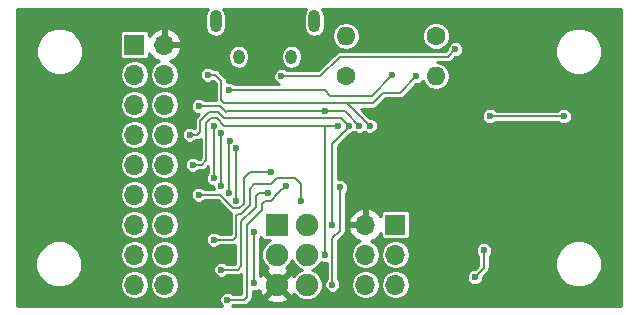
<source format=gbl>
G04 #@! TF.FileFunction,Copper,L2,Bot,Signal*
%FSLAX46Y46*%
G04 Gerber Fmt 4.6, Leading zero omitted, Abs format (unit mm)*
G04 Created by KiCad (PCBNEW 4.0.6) date 10/01/17 10:19:26*
%MOMM*%
%LPD*%
G01*
G04 APERTURE LIST*
%ADD10C,0.100000*%
%ADD11R,1.700000X1.700000*%
%ADD12O,1.700000X1.700000*%
%ADD13R,1.900000X1.900000*%
%ADD14C,1.900000*%
%ADD15C,1.600000*%
%ADD16O,1.600000X1.600000*%
%ADD17O,1.000000X1.250000*%
%ADD18O,1.000000X1.900000*%
%ADD19C,0.600000*%
%ADD20C,0.200000*%
%ADD21C,0.254000*%
G04 APERTURE END LIST*
D10*
D11*
X120396000Y-99441000D03*
D12*
X122936000Y-99441000D03*
X120396000Y-101981000D03*
X122936000Y-101981000D03*
X120396000Y-104521000D03*
X122936000Y-104521000D03*
X120396000Y-107061000D03*
X122936000Y-107061000D03*
X120396000Y-109601000D03*
X122936000Y-109601000D03*
X120396000Y-112141000D03*
X122936000Y-112141000D03*
X120396000Y-114681000D03*
X122936000Y-114681000D03*
X120396000Y-117221000D03*
X122936000Y-117221000D03*
X120396000Y-119761000D03*
X122936000Y-119761000D03*
D11*
X142494000Y-114681000D03*
D12*
X139954000Y-114681000D03*
X142494000Y-117221000D03*
X139954000Y-117221000D03*
X142494000Y-119761000D03*
X139954000Y-119761000D03*
D13*
X132461000Y-114681000D03*
D14*
X135001000Y-114681000D03*
X132461000Y-117221000D03*
X135001000Y-117221000D03*
X132461000Y-119761000D03*
X135001000Y-119761000D03*
D15*
X138303000Y-102108000D03*
D16*
X145923000Y-102108000D03*
D15*
X145923000Y-98679000D03*
D16*
X138303000Y-98679000D03*
D17*
X129220000Y-100459800D03*
X133670000Y-100459800D03*
D18*
X127270000Y-97459800D03*
X135620000Y-97459800D03*
D19*
X154500000Y-113000000D03*
X151130000Y-99187000D03*
X130175000Y-102235000D03*
X144780000Y-104648000D03*
X149098000Y-104902000D03*
X137795000Y-109982000D03*
X151765000Y-118110000D03*
X149352000Y-114681000D03*
X132842000Y-102108000D03*
X147574000Y-99822000D03*
X130556000Y-119634000D03*
X130556000Y-115316000D03*
X149987000Y-116840000D03*
X149225000Y-119126000D03*
X127127000Y-110744000D03*
X127127000Y-106299000D03*
X127762000Y-111379000D03*
X127762000Y-106934000D03*
X128397000Y-112014000D03*
X128524000Y-107569000D03*
X129032000Y-108204000D03*
X129032000Y-112649000D03*
X142250000Y-102000000D03*
X150500000Y-105500000D03*
X156750000Y-105500000D03*
X128397000Y-103251000D03*
X134493000Y-112649000D03*
X127127000Y-115951000D03*
X137795000Y-111506000D03*
X137160000Y-119761000D03*
X131699000Y-112014000D03*
X127762000Y-118491000D03*
X133223000Y-111379000D03*
X128270000Y-121031000D03*
X125857000Y-112141000D03*
X131953000Y-110236000D03*
X144272000Y-102108000D03*
X140335000Y-106299000D03*
X126619000Y-101981000D03*
X136525000Y-105029000D03*
X125857000Y-104648000D03*
X139446000Y-106299000D03*
X137160000Y-114681000D03*
X125095000Y-107061000D03*
X138557000Y-106299000D03*
X136525000Y-117221000D03*
X125349000Y-109601000D03*
X137668000Y-106299000D03*
D20*
X137795000Y-109982000D02*
X138684000Y-109982000D01*
X139446000Y-100457000D02*
X146939000Y-100457000D01*
X132842000Y-102108000D02*
X136144000Y-102108000D01*
X136144000Y-102108000D02*
X137795000Y-100457000D01*
X139446000Y-100457000D02*
X137795000Y-100457000D01*
X146939000Y-100457000D02*
X147574000Y-99822000D01*
X130556000Y-115316000D02*
X130556000Y-119634000D01*
X149987000Y-118364000D02*
X149987000Y-116840000D01*
X149225000Y-119126000D02*
X149987000Y-118364000D01*
X127127000Y-110109000D02*
X127127000Y-110744000D01*
X127127000Y-106299000D02*
X127127000Y-110109000D01*
X127762000Y-106934000D02*
X127762000Y-110871000D01*
X127762000Y-110871000D02*
X127762000Y-111379000D01*
X128524000Y-107569000D02*
X128397000Y-107696000D01*
X128397000Y-107696000D02*
X128397000Y-111506000D01*
X128397000Y-111506000D02*
X128397000Y-112014000D01*
X129032000Y-112141000D02*
X129032000Y-112649000D01*
X129032000Y-108204000D02*
X129032000Y-112141000D01*
X130682000Y-103250000D02*
X130750000Y-103250000D01*
X130750000Y-103250000D02*
X136500000Y-103250000D01*
X136500000Y-103250000D02*
X137000000Y-103750000D01*
X137000000Y-103750000D02*
X140500000Y-103750000D01*
X140500000Y-103750000D02*
X142250000Y-102000000D01*
X150500000Y-105500000D02*
X156750000Y-105500000D01*
X128397000Y-103251000D02*
X128398000Y-103250000D01*
X128398000Y-103250000D02*
X130682000Y-103250000D01*
X134493000Y-111252000D02*
X133985000Y-110744000D01*
X133985000Y-110744000D02*
X132461000Y-110744000D01*
X132461000Y-110744000D02*
X131953000Y-111252000D01*
X131953000Y-111252000D02*
X130556000Y-111252000D01*
X130556000Y-111252000D02*
X130175000Y-111633000D01*
X130175000Y-111633000D02*
X130175000Y-112395000D01*
X130175000Y-112395000D02*
X130175000Y-113030000D01*
X134493000Y-112649000D02*
X134493000Y-111252000D01*
X130048000Y-113157000D02*
X129413000Y-113792000D01*
X129159000Y-113792000D02*
X129032000Y-113919000D01*
X129032000Y-113919000D02*
X129032000Y-115697000D01*
X129032000Y-115697000D02*
X128778000Y-115951000D01*
X128778000Y-115951000D02*
X127127000Y-115951000D01*
X129413000Y-113792000D02*
X129159000Y-113792000D01*
X130048000Y-113157000D02*
X129921000Y-113284000D01*
X129921000Y-113284000D02*
X130175000Y-113030000D01*
X130175000Y-113030000D02*
X130048000Y-113157000D01*
X130048000Y-113157000D02*
X130175000Y-113030000D01*
X137160000Y-116459000D02*
X137160000Y-119761000D01*
X137795000Y-111506000D02*
X137795000Y-115189000D01*
X137795000Y-115189000D02*
X137160000Y-115824000D01*
X137160000Y-115824000D02*
X137160000Y-116459000D01*
X131699000Y-112014000D02*
X130937000Y-112014000D01*
X130937000Y-112014000D02*
X130683000Y-112268000D01*
X130683000Y-112268000D02*
X130683000Y-112395000D01*
X130683000Y-113157000D02*
X130683000Y-112522000D01*
X130683000Y-112522000D02*
X130683000Y-112395000D01*
X129432002Y-115824000D02*
X129432002Y-114407998D01*
X130429000Y-113411000D02*
X129432002Y-114407998D01*
X130429000Y-113411000D02*
X130683000Y-113157000D01*
X129432002Y-118217998D02*
X129159000Y-118491000D01*
X129159000Y-118491000D02*
X127762000Y-118491000D01*
X129432002Y-115824000D02*
X129432002Y-118217998D01*
X129432002Y-115824000D02*
X129432002Y-115862686D01*
X132588000Y-112014000D02*
X133223000Y-111379000D01*
X131191000Y-113411000D02*
X131191000Y-112903000D01*
X131953000Y-112649000D02*
X132588000Y-112014000D01*
X131445000Y-112649000D02*
X131953000Y-112649000D01*
X131191000Y-112903000D02*
X131445000Y-112649000D01*
X131191000Y-113411000D02*
X130683000Y-113919000D01*
X129921000Y-120777000D02*
X129667000Y-121031000D01*
X129921000Y-116713000D02*
X129921000Y-116205000D01*
X130683000Y-113919000D02*
X129921000Y-114681000D01*
X129921000Y-114681000D02*
X129921000Y-116205000D01*
X129921000Y-116713000D02*
X129921000Y-120777000D01*
X129667000Y-121031000D02*
X128270000Y-121031000D01*
X131191000Y-113411000D02*
X131064000Y-113538000D01*
X131064000Y-113538000D02*
X131191000Y-113411000D01*
X129667000Y-112395000D02*
X129667000Y-110744000D01*
X127635000Y-112141000D02*
X125857000Y-112141000D01*
X128778000Y-113284000D02*
X127635000Y-112141000D01*
X129286000Y-113284000D02*
X128778000Y-113284000D01*
X129667000Y-112903000D02*
X129286000Y-113284000D01*
X129667000Y-112395000D02*
X129667000Y-112903000D01*
X130175000Y-110236000D02*
X131953000Y-110236000D01*
X129667000Y-110744000D02*
X130175000Y-110236000D01*
X138303000Y-104394000D02*
X140589000Y-104394000D01*
X144272000Y-102108000D02*
X142875000Y-103505000D01*
X141478000Y-103505000D02*
X142875000Y-103505000D01*
X140589000Y-104394000D02*
X141478000Y-103505000D01*
X138684000Y-104648000D02*
X138557000Y-104521000D01*
X140335000Y-106299000D02*
X138811000Y-104775000D01*
X127254000Y-101981000D02*
X126619000Y-101981000D01*
X127762000Y-102489000D02*
X127254000Y-101981000D01*
X127762000Y-104140000D02*
X127762000Y-102489000D01*
X138811000Y-104775000D02*
X138684000Y-104648000D01*
X128016000Y-104394000D02*
X127762000Y-104140000D01*
X138430000Y-104394000D02*
X138303000Y-104394000D01*
X138303000Y-104394000D02*
X128016000Y-104394000D01*
X138557000Y-104521000D02*
X138430000Y-104394000D01*
X136525000Y-105029000D02*
X128270000Y-105029000D01*
X127635000Y-104648000D02*
X125857000Y-104648000D01*
X128143000Y-105156000D02*
X127635000Y-104648000D01*
X128270000Y-105029000D02*
X128143000Y-105156000D01*
X138303000Y-105156000D02*
X138176000Y-105029000D01*
X139446000Y-106299000D02*
X138303000Y-105156000D01*
X138176000Y-105029000D02*
X136525000Y-105029000D01*
X137160000Y-107823000D02*
X137160000Y-114681000D01*
X138557000Y-106426000D02*
X137160000Y-107823000D01*
X138557000Y-106299000D02*
X138557000Y-106426000D01*
X125984000Y-105918000D02*
X125984000Y-106807000D01*
X125984000Y-106807000D02*
X125730000Y-107061000D01*
X125730000Y-107061000D02*
X125095000Y-107061000D01*
X138176000Y-105918000D02*
X138049000Y-105791000D01*
X138049000Y-105791000D02*
X137922000Y-105664000D01*
X137922000Y-105664000D02*
X128016000Y-105664000D01*
X128016000Y-105664000D02*
X127508000Y-105156000D01*
X127508000Y-105156000D02*
X126746000Y-105156000D01*
X138176000Y-105918000D02*
X138557000Y-106299000D01*
X126746000Y-105156000D02*
X125984000Y-105918000D01*
X138557000Y-106299000D02*
X138557000Y-106172000D01*
X136525000Y-106299000D02*
X136525000Y-116205000D01*
X136525000Y-117221000D02*
X136525000Y-116205000D01*
X128016000Y-106299000D02*
X127381000Y-105664000D01*
X127381000Y-105664000D02*
X126873000Y-105664000D01*
X126873000Y-105664000D02*
X126492000Y-106045000D01*
X126492000Y-106045000D02*
X126492000Y-109220000D01*
X126492000Y-109220000D02*
X126111000Y-109601000D01*
X126111000Y-109601000D02*
X125349000Y-109601000D01*
X134620000Y-106299000D02*
X136525000Y-106299000D01*
X136525000Y-106299000D02*
X136652000Y-106299000D01*
X136652000Y-106299000D02*
X137668000Y-106299000D01*
X134620000Y-106299000D02*
X128016000Y-106299000D01*
D21*
G36*
X126456062Y-96646580D02*
X126389000Y-96983724D01*
X126389000Y-97935876D01*
X126456062Y-98273020D01*
X126647039Y-98558837D01*
X126932856Y-98749814D01*
X127270000Y-98816876D01*
X127607144Y-98749814D01*
X127892961Y-98558837D01*
X128083938Y-98273020D01*
X128151000Y-97935876D01*
X128151000Y-96983724D01*
X128083938Y-96646580D01*
X127939892Y-96431000D01*
X134950108Y-96431000D01*
X134806062Y-96646580D01*
X134739000Y-96983724D01*
X134739000Y-97935876D01*
X134806062Y-98273020D01*
X134997039Y-98558837D01*
X135282856Y-98749814D01*
X135620000Y-98816876D01*
X135957144Y-98749814D01*
X136063124Y-98679000D01*
X137098863Y-98679000D01*
X137188761Y-99130949D01*
X137444770Y-99514093D01*
X137827914Y-99770102D01*
X138279863Y-99860000D01*
X138326137Y-99860000D01*
X138778086Y-99770102D01*
X139161230Y-99514093D01*
X139417239Y-99130949D01*
X139460614Y-98912885D01*
X144741796Y-98912885D01*
X144921213Y-99347109D01*
X145253144Y-99679619D01*
X145687054Y-99859794D01*
X146156885Y-99860204D01*
X146591109Y-99680787D01*
X146923619Y-99348856D01*
X147103794Y-98914946D01*
X147104204Y-98445115D01*
X146924787Y-98010891D01*
X146592856Y-97678381D01*
X146158946Y-97498206D01*
X145689115Y-97497796D01*
X145254891Y-97677213D01*
X144922381Y-98009144D01*
X144742206Y-98443054D01*
X144741796Y-98912885D01*
X139460614Y-98912885D01*
X139507137Y-98679000D01*
X139417239Y-98227051D01*
X139161230Y-97843907D01*
X138778086Y-97587898D01*
X138326137Y-97498000D01*
X138279863Y-97498000D01*
X137827914Y-97587898D01*
X137444770Y-97843907D01*
X137188761Y-98227051D01*
X137098863Y-98679000D01*
X136063124Y-98679000D01*
X136242961Y-98558837D01*
X136433938Y-98273020D01*
X136501000Y-97935876D01*
X136501000Y-96983724D01*
X136433938Y-96646580D01*
X136289892Y-96431000D01*
X161569000Y-96431000D01*
X161569000Y-121569000D01*
X128694982Y-121569000D01*
X128752081Y-121512000D01*
X129667000Y-121512000D01*
X129851071Y-121475386D01*
X130007118Y-121371118D01*
X130261118Y-121117119D01*
X130365386Y-120961071D01*
X130382039Y-120877350D01*
X131524255Y-120877350D01*
X131616792Y-121139019D01*
X132208398Y-121357188D01*
X132838461Y-121332352D01*
X133305208Y-121139019D01*
X133397745Y-120877350D01*
X132461000Y-119940605D01*
X131524255Y-120877350D01*
X130382039Y-120877350D01*
X130402000Y-120777000D01*
X130402000Y-120307430D01*
X130419946Y-120314882D01*
X130690865Y-120315118D01*
X130923079Y-120219170D01*
X131082981Y-120605208D01*
X131344650Y-120697745D01*
X132281395Y-119761000D01*
X131344650Y-118824255D01*
X131082981Y-118916792D01*
X131037000Y-119041478D01*
X131037000Y-115798079D01*
X131132987Y-115702259D01*
X131135022Y-115697358D01*
X131149103Y-115772190D01*
X131232546Y-115901865D01*
X131359866Y-115988859D01*
X131511000Y-116019464D01*
X131883524Y-116019464D01*
X131708034Y-116091975D01*
X131333291Y-116466065D01*
X131130231Y-116955086D01*
X131129769Y-117484591D01*
X131331975Y-117973966D01*
X131704154Y-118346795D01*
X131616792Y-118382981D01*
X131524255Y-118644650D01*
X132461000Y-119581395D01*
X133397745Y-118644650D01*
X133305208Y-118382981D01*
X133214472Y-118349520D01*
X133588709Y-117975935D01*
X133731099Y-117633022D01*
X133871975Y-117973966D01*
X134246065Y-118348709D01*
X134588978Y-118491099D01*
X134248034Y-118631975D01*
X133875205Y-119004154D01*
X133839019Y-118916792D01*
X133577350Y-118824255D01*
X132640605Y-119761000D01*
X133577350Y-120697745D01*
X133839019Y-120605208D01*
X133872480Y-120514472D01*
X134246065Y-120888709D01*
X134735086Y-121091769D01*
X135264591Y-121092231D01*
X135753966Y-120890025D01*
X136128709Y-120515935D01*
X136331769Y-120026914D01*
X136332231Y-119497409D01*
X136130025Y-119008034D01*
X135755935Y-118633291D01*
X135413022Y-118490901D01*
X135753966Y-118350025D01*
X136128709Y-117975935D01*
X136193208Y-117820604D01*
X136388946Y-117901882D01*
X136659865Y-117902118D01*
X136679000Y-117894212D01*
X136679000Y-119278921D01*
X136583013Y-119374741D01*
X136479118Y-119624946D01*
X136478882Y-119895865D01*
X136582339Y-120146252D01*
X136773741Y-120337987D01*
X137023946Y-120441882D01*
X137294865Y-120442118D01*
X137545252Y-120338661D01*
X137736987Y-120147259D01*
X137840882Y-119897054D01*
X137841000Y-119761000D01*
X138698883Y-119761000D01*
X138792587Y-120232083D01*
X139059435Y-120631448D01*
X139458800Y-120898296D01*
X139929883Y-120992000D01*
X139978117Y-120992000D01*
X140449200Y-120898296D01*
X140848565Y-120631448D01*
X141115413Y-120232083D01*
X141209117Y-119761000D01*
X141238883Y-119761000D01*
X141332587Y-120232083D01*
X141599435Y-120631448D01*
X141998800Y-120898296D01*
X142469883Y-120992000D01*
X142518117Y-120992000D01*
X142989200Y-120898296D01*
X143388565Y-120631448D01*
X143655413Y-120232083D01*
X143749117Y-119761000D01*
X143655413Y-119289917D01*
X143636002Y-119260865D01*
X148543882Y-119260865D01*
X148647339Y-119511252D01*
X148838741Y-119702987D01*
X149088946Y-119806882D01*
X149359865Y-119807118D01*
X149610252Y-119703661D01*
X149801987Y-119512259D01*
X149905882Y-119262054D01*
X149906001Y-119125235D01*
X150327119Y-118704118D01*
X150428606Y-118552231D01*
X150431386Y-118548071D01*
X150462367Y-118392316D01*
X156018657Y-118392316D01*
X156319611Y-119120680D01*
X156876389Y-119678431D01*
X157604226Y-119980655D01*
X158392316Y-119981343D01*
X159120680Y-119680389D01*
X159678431Y-119123611D01*
X159980655Y-118395774D01*
X159981343Y-117607684D01*
X159680389Y-116879320D01*
X159123611Y-116321569D01*
X158395774Y-116019345D01*
X157607684Y-116018657D01*
X156879320Y-116319611D01*
X156321569Y-116876389D01*
X156019345Y-117604226D01*
X156018657Y-118392316D01*
X150462367Y-118392316D01*
X150468000Y-118364000D01*
X150468000Y-117322079D01*
X150563987Y-117226259D01*
X150667882Y-116976054D01*
X150668118Y-116705135D01*
X150564661Y-116454748D01*
X150373259Y-116263013D01*
X150123054Y-116159118D01*
X149852135Y-116158882D01*
X149601748Y-116262339D01*
X149410013Y-116453741D01*
X149306118Y-116703946D01*
X149305882Y-116974865D01*
X149409339Y-117225252D01*
X149506000Y-117322081D01*
X149506000Y-118164763D01*
X149225763Y-118445000D01*
X149090135Y-118444882D01*
X148839748Y-118548339D01*
X148648013Y-118739741D01*
X148544118Y-118989946D01*
X148543882Y-119260865D01*
X143636002Y-119260865D01*
X143388565Y-118890552D01*
X142989200Y-118623704D01*
X142518117Y-118530000D01*
X142469883Y-118530000D01*
X141998800Y-118623704D01*
X141599435Y-118890552D01*
X141332587Y-119289917D01*
X141238883Y-119761000D01*
X141209117Y-119761000D01*
X141115413Y-119289917D01*
X140848565Y-118890552D01*
X140449200Y-118623704D01*
X139978117Y-118530000D01*
X139929883Y-118530000D01*
X139458800Y-118623704D01*
X139059435Y-118890552D01*
X138792587Y-119289917D01*
X138698883Y-119761000D01*
X137841000Y-119761000D01*
X137841118Y-119626135D01*
X137737661Y-119375748D01*
X137641000Y-119278919D01*
X137641000Y-116023236D01*
X138135119Y-115529118D01*
X138198697Y-115433966D01*
X138239386Y-115373071D01*
X138276000Y-115189000D01*
X138276000Y-115037890D01*
X138512524Y-115037890D01*
X138682355Y-115447924D01*
X139072642Y-115876183D01*
X139497947Y-116075917D01*
X139458800Y-116083704D01*
X139059435Y-116350552D01*
X138792587Y-116749917D01*
X138698883Y-117221000D01*
X138792587Y-117692083D01*
X139059435Y-118091448D01*
X139458800Y-118358296D01*
X139929883Y-118452000D01*
X139978117Y-118452000D01*
X140449200Y-118358296D01*
X140848565Y-118091448D01*
X141115413Y-117692083D01*
X141209117Y-117221000D01*
X141238883Y-117221000D01*
X141332587Y-117692083D01*
X141599435Y-118091448D01*
X141998800Y-118358296D01*
X142469883Y-118452000D01*
X142518117Y-118452000D01*
X142989200Y-118358296D01*
X143388565Y-118091448D01*
X143655413Y-117692083D01*
X143749117Y-117221000D01*
X143655413Y-116749917D01*
X143388565Y-116350552D01*
X142989200Y-116083704D01*
X142518117Y-115990000D01*
X142469883Y-115990000D01*
X141998800Y-116083704D01*
X141599435Y-116350552D01*
X141332587Y-116749917D01*
X141238883Y-117221000D01*
X141209117Y-117221000D01*
X141115413Y-116749917D01*
X140848565Y-116350552D01*
X140449200Y-116083704D01*
X140410053Y-116075917D01*
X140835358Y-115876183D01*
X141225645Y-115447924D01*
X141255536Y-115375756D01*
X141255536Y-115531000D01*
X141282103Y-115672190D01*
X141365546Y-115801865D01*
X141492866Y-115888859D01*
X141644000Y-115919464D01*
X143344000Y-115919464D01*
X143485190Y-115892897D01*
X143614865Y-115809454D01*
X143701859Y-115682134D01*
X143732464Y-115531000D01*
X143732464Y-113831000D01*
X143705897Y-113689810D01*
X143622454Y-113560135D01*
X143495134Y-113473141D01*
X143344000Y-113442536D01*
X141644000Y-113442536D01*
X141502810Y-113469103D01*
X141373135Y-113552546D01*
X141286141Y-113679866D01*
X141255536Y-113831000D01*
X141255536Y-113986244D01*
X141225645Y-113914076D01*
X140835358Y-113485817D01*
X140310892Y-113239514D01*
X140081000Y-113360181D01*
X140081000Y-114554000D01*
X140101000Y-114554000D01*
X140101000Y-114808000D01*
X140081000Y-114808000D01*
X140081000Y-114828000D01*
X139827000Y-114828000D01*
X139827000Y-114808000D01*
X138633845Y-114808000D01*
X138512524Y-115037890D01*
X138276000Y-115037890D01*
X138276000Y-114324110D01*
X138512524Y-114324110D01*
X138633845Y-114554000D01*
X139827000Y-114554000D01*
X139827000Y-113360181D01*
X139597108Y-113239514D01*
X139072642Y-113485817D01*
X138682355Y-113914076D01*
X138512524Y-114324110D01*
X138276000Y-114324110D01*
X138276000Y-111988079D01*
X138371987Y-111892259D01*
X138475882Y-111642054D01*
X138476118Y-111371135D01*
X138372661Y-111120748D01*
X138181259Y-110929013D01*
X137931054Y-110825118D01*
X137660135Y-110824882D01*
X137641000Y-110832788D01*
X137641000Y-108022236D01*
X138683126Y-106980110D01*
X138691865Y-106980118D01*
X138942252Y-106876661D01*
X139001436Y-106817580D01*
X139059741Y-106875987D01*
X139309946Y-106979882D01*
X139580865Y-106980118D01*
X139831252Y-106876661D01*
X139890436Y-106817580D01*
X139948741Y-106875987D01*
X140198946Y-106979882D01*
X140469865Y-106980118D01*
X140720252Y-106876661D01*
X140911987Y-106685259D01*
X141015882Y-106435054D01*
X141016118Y-106164135D01*
X140912661Y-105913748D01*
X140721259Y-105722013D01*
X140511385Y-105634865D01*
X149818882Y-105634865D01*
X149922339Y-105885252D01*
X150113741Y-106076987D01*
X150363946Y-106180882D01*
X150634865Y-106181118D01*
X150885252Y-106077661D01*
X150982081Y-105981000D01*
X156267921Y-105981000D01*
X156363741Y-106076987D01*
X156613946Y-106180882D01*
X156884865Y-106181118D01*
X157135252Y-106077661D01*
X157326987Y-105886259D01*
X157430882Y-105636054D01*
X157431118Y-105365135D01*
X157327661Y-105114748D01*
X157136259Y-104923013D01*
X156886054Y-104819118D01*
X156615135Y-104818882D01*
X156364748Y-104922339D01*
X156267919Y-105019000D01*
X150982079Y-105019000D01*
X150886259Y-104923013D01*
X150636054Y-104819118D01*
X150365135Y-104818882D01*
X150114748Y-104922339D01*
X149923013Y-105113741D01*
X149819118Y-105363946D01*
X149818882Y-105634865D01*
X140511385Y-105634865D01*
X140471054Y-105618118D01*
X140334236Y-105617999D01*
X139591236Y-104875000D01*
X140589000Y-104875000D01*
X140773071Y-104838386D01*
X140929118Y-104734118D01*
X141677236Y-103986000D01*
X142875000Y-103986000D01*
X143059071Y-103949386D01*
X143215118Y-103845118D01*
X144271237Y-102789000D01*
X144406865Y-102789118D01*
X144657252Y-102685661D01*
X144804523Y-102538645D01*
X144808761Y-102559949D01*
X145064770Y-102943093D01*
X145447914Y-103199102D01*
X145899863Y-103289000D01*
X145946137Y-103289000D01*
X146398086Y-103199102D01*
X146781230Y-102943093D01*
X147037239Y-102559949D01*
X147127137Y-102108000D01*
X147037239Y-101656051D01*
X146781230Y-101272907D01*
X146398086Y-101016898D01*
X146001438Y-100938000D01*
X146939000Y-100938000D01*
X147123071Y-100901386D01*
X147279118Y-100797118D01*
X147573237Y-100503000D01*
X147708865Y-100503118D01*
X147959252Y-100399661D01*
X147966609Y-100392316D01*
X156018657Y-100392316D01*
X156319611Y-101120680D01*
X156876389Y-101678431D01*
X157604226Y-101980655D01*
X158392316Y-101981343D01*
X159120680Y-101680389D01*
X159678431Y-101123611D01*
X159980655Y-100395774D01*
X159981343Y-99607684D01*
X159680389Y-98879320D01*
X159123611Y-98321569D01*
X158395774Y-98019345D01*
X157607684Y-98018657D01*
X156879320Y-98319611D01*
X156321569Y-98876389D01*
X156019345Y-99604226D01*
X156018657Y-100392316D01*
X147966609Y-100392316D01*
X148150987Y-100208259D01*
X148254882Y-99958054D01*
X148255118Y-99687135D01*
X148151661Y-99436748D01*
X147960259Y-99245013D01*
X147710054Y-99141118D01*
X147439135Y-99140882D01*
X147188748Y-99244339D01*
X146997013Y-99435741D01*
X146893118Y-99685946D01*
X146892999Y-99822765D01*
X146739764Y-99976000D01*
X137795000Y-99976000D01*
X137610929Y-100012614D01*
X137548426Y-100054378D01*
X137454882Y-100116881D01*
X135944764Y-101627000D01*
X133324079Y-101627000D01*
X133228259Y-101531013D01*
X132978054Y-101427118D01*
X132707135Y-101426882D01*
X132456748Y-101530339D01*
X132265013Y-101721741D01*
X132161118Y-101971946D01*
X132160882Y-102242865D01*
X132264339Y-102493252D01*
X132455741Y-102684987D01*
X132658065Y-102769000D01*
X128878081Y-102769000D01*
X128783259Y-102674013D01*
X128533054Y-102570118D01*
X128262135Y-102569882D01*
X128243000Y-102577788D01*
X128243000Y-102489000D01*
X128206386Y-102304929D01*
X128102118Y-102148881D01*
X127594118Y-101640882D01*
X127438071Y-101536614D01*
X127254000Y-101500000D01*
X127101079Y-101500000D01*
X127005259Y-101404013D01*
X126755054Y-101300118D01*
X126484135Y-101299882D01*
X126233748Y-101403339D01*
X126042013Y-101594741D01*
X125938118Y-101844946D01*
X125937882Y-102115865D01*
X126041339Y-102366252D01*
X126232741Y-102557987D01*
X126482946Y-102661882D01*
X126753865Y-102662118D01*
X127004252Y-102558661D01*
X127077902Y-102485139D01*
X127281000Y-102688237D01*
X127281000Y-104140000D01*
X127286371Y-104167000D01*
X126339079Y-104167000D01*
X126243259Y-104071013D01*
X125993054Y-103967118D01*
X125722135Y-103966882D01*
X125471748Y-104070339D01*
X125280013Y-104261741D01*
X125176118Y-104511946D01*
X125175882Y-104782865D01*
X125279339Y-105033252D01*
X125470741Y-105224987D01*
X125720946Y-105328882D01*
X125892732Y-105329032D01*
X125643882Y-105577882D01*
X125539614Y-105733929D01*
X125503000Y-105918000D01*
X125503000Y-106505792D01*
X125481259Y-106484013D01*
X125231054Y-106380118D01*
X124960135Y-106379882D01*
X124709748Y-106483339D01*
X124518013Y-106674741D01*
X124414118Y-106924946D01*
X124413882Y-107195865D01*
X124517339Y-107446252D01*
X124708741Y-107637987D01*
X124958946Y-107741882D01*
X125229865Y-107742118D01*
X125480252Y-107638661D01*
X125577081Y-107542000D01*
X125730000Y-107542000D01*
X125914071Y-107505386D01*
X126011000Y-107440620D01*
X126011000Y-109020763D01*
X125911764Y-109120000D01*
X125831079Y-109120000D01*
X125735259Y-109024013D01*
X125485054Y-108920118D01*
X125214135Y-108919882D01*
X124963748Y-109023339D01*
X124772013Y-109214741D01*
X124668118Y-109464946D01*
X124667882Y-109735865D01*
X124771339Y-109986252D01*
X124962741Y-110177987D01*
X125212946Y-110281882D01*
X125483865Y-110282118D01*
X125734252Y-110178661D01*
X125831081Y-110082000D01*
X126111000Y-110082000D01*
X126295071Y-110045386D01*
X126451118Y-109941118D01*
X126646000Y-109746237D01*
X126646000Y-110261921D01*
X126550013Y-110357741D01*
X126446118Y-110607946D01*
X126445882Y-110878865D01*
X126549339Y-111129252D01*
X126740741Y-111320987D01*
X126990946Y-111424882D01*
X127080959Y-111424960D01*
X127080882Y-111513865D01*
X127141263Y-111660000D01*
X126339079Y-111660000D01*
X126243259Y-111564013D01*
X125993054Y-111460118D01*
X125722135Y-111459882D01*
X125471748Y-111563339D01*
X125280013Y-111754741D01*
X125176118Y-112004946D01*
X125175882Y-112275865D01*
X125279339Y-112526252D01*
X125470741Y-112717987D01*
X125720946Y-112821882D01*
X125991865Y-112822118D01*
X126242252Y-112718661D01*
X126339081Y-112622000D01*
X127435764Y-112622000D01*
X128437882Y-113624118D01*
X128592586Y-113727488D01*
X128587614Y-113734929D01*
X128551000Y-113919000D01*
X128551000Y-115470000D01*
X127609079Y-115470000D01*
X127513259Y-115374013D01*
X127263054Y-115270118D01*
X126992135Y-115269882D01*
X126741748Y-115373339D01*
X126550013Y-115564741D01*
X126446118Y-115814946D01*
X126445882Y-116085865D01*
X126549339Y-116336252D01*
X126740741Y-116527987D01*
X126990946Y-116631882D01*
X127261865Y-116632118D01*
X127512252Y-116528661D01*
X127609081Y-116432000D01*
X128778000Y-116432000D01*
X128951002Y-116397588D01*
X128951002Y-118010000D01*
X128244079Y-118010000D01*
X128148259Y-117914013D01*
X127898054Y-117810118D01*
X127627135Y-117809882D01*
X127376748Y-117913339D01*
X127185013Y-118104741D01*
X127081118Y-118354946D01*
X127080882Y-118625865D01*
X127184339Y-118876252D01*
X127375741Y-119067987D01*
X127625946Y-119171882D01*
X127896865Y-119172118D01*
X128147252Y-119068661D01*
X128244081Y-118972000D01*
X129159000Y-118972000D01*
X129343071Y-118935386D01*
X129440000Y-118870620D01*
X129440000Y-120550000D01*
X128752079Y-120550000D01*
X128656259Y-120454013D01*
X128406054Y-120350118D01*
X128135135Y-120349882D01*
X127884748Y-120453339D01*
X127693013Y-120644741D01*
X127589118Y-120894946D01*
X127588882Y-121165865D01*
X127692339Y-121416252D01*
X127844822Y-121569000D01*
X110431000Y-121569000D01*
X110431000Y-118392316D01*
X112018657Y-118392316D01*
X112319611Y-119120680D01*
X112876389Y-119678431D01*
X113604226Y-119980655D01*
X114392316Y-119981343D01*
X114925586Y-119761000D01*
X119140883Y-119761000D01*
X119234587Y-120232083D01*
X119501435Y-120631448D01*
X119900800Y-120898296D01*
X120371883Y-120992000D01*
X120420117Y-120992000D01*
X120891200Y-120898296D01*
X121290565Y-120631448D01*
X121557413Y-120232083D01*
X121651117Y-119761000D01*
X121680883Y-119761000D01*
X121774587Y-120232083D01*
X122041435Y-120631448D01*
X122440800Y-120898296D01*
X122911883Y-120992000D01*
X122960117Y-120992000D01*
X123431200Y-120898296D01*
X123830565Y-120631448D01*
X124097413Y-120232083D01*
X124191117Y-119761000D01*
X124097413Y-119289917D01*
X123830565Y-118890552D01*
X123431200Y-118623704D01*
X122960117Y-118530000D01*
X122911883Y-118530000D01*
X122440800Y-118623704D01*
X122041435Y-118890552D01*
X121774587Y-119289917D01*
X121680883Y-119761000D01*
X121651117Y-119761000D01*
X121557413Y-119289917D01*
X121290565Y-118890552D01*
X120891200Y-118623704D01*
X120420117Y-118530000D01*
X120371883Y-118530000D01*
X119900800Y-118623704D01*
X119501435Y-118890552D01*
X119234587Y-119289917D01*
X119140883Y-119761000D01*
X114925586Y-119761000D01*
X115120680Y-119680389D01*
X115678431Y-119123611D01*
X115980655Y-118395774D01*
X115981343Y-117607684D01*
X115821569Y-117221000D01*
X119140883Y-117221000D01*
X119234587Y-117692083D01*
X119501435Y-118091448D01*
X119900800Y-118358296D01*
X120371883Y-118452000D01*
X120420117Y-118452000D01*
X120891200Y-118358296D01*
X121290565Y-118091448D01*
X121557413Y-117692083D01*
X121651117Y-117221000D01*
X121680883Y-117221000D01*
X121774587Y-117692083D01*
X122041435Y-118091448D01*
X122440800Y-118358296D01*
X122911883Y-118452000D01*
X122960117Y-118452000D01*
X123431200Y-118358296D01*
X123830565Y-118091448D01*
X124097413Y-117692083D01*
X124191117Y-117221000D01*
X124097413Y-116749917D01*
X123830565Y-116350552D01*
X123431200Y-116083704D01*
X122960117Y-115990000D01*
X122911883Y-115990000D01*
X122440800Y-116083704D01*
X122041435Y-116350552D01*
X121774587Y-116749917D01*
X121680883Y-117221000D01*
X121651117Y-117221000D01*
X121557413Y-116749917D01*
X121290565Y-116350552D01*
X120891200Y-116083704D01*
X120420117Y-115990000D01*
X120371883Y-115990000D01*
X119900800Y-116083704D01*
X119501435Y-116350552D01*
X119234587Y-116749917D01*
X119140883Y-117221000D01*
X115821569Y-117221000D01*
X115680389Y-116879320D01*
X115123611Y-116321569D01*
X114395774Y-116019345D01*
X113607684Y-116018657D01*
X112879320Y-116319611D01*
X112321569Y-116876389D01*
X112019345Y-117604226D01*
X112018657Y-118392316D01*
X110431000Y-118392316D01*
X110431000Y-114681000D01*
X119140883Y-114681000D01*
X119234587Y-115152083D01*
X119501435Y-115551448D01*
X119900800Y-115818296D01*
X120371883Y-115912000D01*
X120420117Y-115912000D01*
X120891200Y-115818296D01*
X121290565Y-115551448D01*
X121557413Y-115152083D01*
X121651117Y-114681000D01*
X121680883Y-114681000D01*
X121774587Y-115152083D01*
X122041435Y-115551448D01*
X122440800Y-115818296D01*
X122911883Y-115912000D01*
X122960117Y-115912000D01*
X123431200Y-115818296D01*
X123830565Y-115551448D01*
X124097413Y-115152083D01*
X124191117Y-114681000D01*
X124097413Y-114209917D01*
X123830565Y-113810552D01*
X123431200Y-113543704D01*
X122960117Y-113450000D01*
X122911883Y-113450000D01*
X122440800Y-113543704D01*
X122041435Y-113810552D01*
X121774587Y-114209917D01*
X121680883Y-114681000D01*
X121651117Y-114681000D01*
X121557413Y-114209917D01*
X121290565Y-113810552D01*
X120891200Y-113543704D01*
X120420117Y-113450000D01*
X120371883Y-113450000D01*
X119900800Y-113543704D01*
X119501435Y-113810552D01*
X119234587Y-114209917D01*
X119140883Y-114681000D01*
X110431000Y-114681000D01*
X110431000Y-112141000D01*
X119140883Y-112141000D01*
X119234587Y-112612083D01*
X119501435Y-113011448D01*
X119900800Y-113278296D01*
X120371883Y-113372000D01*
X120420117Y-113372000D01*
X120891200Y-113278296D01*
X121290565Y-113011448D01*
X121557413Y-112612083D01*
X121651117Y-112141000D01*
X121680883Y-112141000D01*
X121774587Y-112612083D01*
X122041435Y-113011448D01*
X122440800Y-113278296D01*
X122911883Y-113372000D01*
X122960117Y-113372000D01*
X123431200Y-113278296D01*
X123830565Y-113011448D01*
X124097413Y-112612083D01*
X124191117Y-112141000D01*
X124097413Y-111669917D01*
X123830565Y-111270552D01*
X123431200Y-111003704D01*
X122960117Y-110910000D01*
X122911883Y-110910000D01*
X122440800Y-111003704D01*
X122041435Y-111270552D01*
X121774587Y-111669917D01*
X121680883Y-112141000D01*
X121651117Y-112141000D01*
X121557413Y-111669917D01*
X121290565Y-111270552D01*
X120891200Y-111003704D01*
X120420117Y-110910000D01*
X120371883Y-110910000D01*
X119900800Y-111003704D01*
X119501435Y-111270552D01*
X119234587Y-111669917D01*
X119140883Y-112141000D01*
X110431000Y-112141000D01*
X110431000Y-109601000D01*
X119140883Y-109601000D01*
X119234587Y-110072083D01*
X119501435Y-110471448D01*
X119900800Y-110738296D01*
X120371883Y-110832000D01*
X120420117Y-110832000D01*
X120891200Y-110738296D01*
X121290565Y-110471448D01*
X121557413Y-110072083D01*
X121651117Y-109601000D01*
X121680883Y-109601000D01*
X121774587Y-110072083D01*
X122041435Y-110471448D01*
X122440800Y-110738296D01*
X122911883Y-110832000D01*
X122960117Y-110832000D01*
X123431200Y-110738296D01*
X123830565Y-110471448D01*
X124097413Y-110072083D01*
X124191117Y-109601000D01*
X124097413Y-109129917D01*
X123830565Y-108730552D01*
X123431200Y-108463704D01*
X122960117Y-108370000D01*
X122911883Y-108370000D01*
X122440800Y-108463704D01*
X122041435Y-108730552D01*
X121774587Y-109129917D01*
X121680883Y-109601000D01*
X121651117Y-109601000D01*
X121557413Y-109129917D01*
X121290565Y-108730552D01*
X120891200Y-108463704D01*
X120420117Y-108370000D01*
X120371883Y-108370000D01*
X119900800Y-108463704D01*
X119501435Y-108730552D01*
X119234587Y-109129917D01*
X119140883Y-109601000D01*
X110431000Y-109601000D01*
X110431000Y-107061000D01*
X119140883Y-107061000D01*
X119234587Y-107532083D01*
X119501435Y-107931448D01*
X119900800Y-108198296D01*
X120371883Y-108292000D01*
X120420117Y-108292000D01*
X120891200Y-108198296D01*
X121290565Y-107931448D01*
X121557413Y-107532083D01*
X121651117Y-107061000D01*
X121680883Y-107061000D01*
X121774587Y-107532083D01*
X122041435Y-107931448D01*
X122440800Y-108198296D01*
X122911883Y-108292000D01*
X122960117Y-108292000D01*
X123431200Y-108198296D01*
X123830565Y-107931448D01*
X124097413Y-107532083D01*
X124191117Y-107061000D01*
X124097413Y-106589917D01*
X123830565Y-106190552D01*
X123431200Y-105923704D01*
X122960117Y-105830000D01*
X122911883Y-105830000D01*
X122440800Y-105923704D01*
X122041435Y-106190552D01*
X121774587Y-106589917D01*
X121680883Y-107061000D01*
X121651117Y-107061000D01*
X121557413Y-106589917D01*
X121290565Y-106190552D01*
X120891200Y-105923704D01*
X120420117Y-105830000D01*
X120371883Y-105830000D01*
X119900800Y-105923704D01*
X119501435Y-106190552D01*
X119234587Y-106589917D01*
X119140883Y-107061000D01*
X110431000Y-107061000D01*
X110431000Y-104521000D01*
X119140883Y-104521000D01*
X119234587Y-104992083D01*
X119501435Y-105391448D01*
X119900800Y-105658296D01*
X120371883Y-105752000D01*
X120420117Y-105752000D01*
X120891200Y-105658296D01*
X121290565Y-105391448D01*
X121557413Y-104992083D01*
X121651117Y-104521000D01*
X121680883Y-104521000D01*
X121774587Y-104992083D01*
X122041435Y-105391448D01*
X122440800Y-105658296D01*
X122911883Y-105752000D01*
X122960117Y-105752000D01*
X123431200Y-105658296D01*
X123830565Y-105391448D01*
X124097413Y-104992083D01*
X124191117Y-104521000D01*
X124097413Y-104049917D01*
X123830565Y-103650552D01*
X123431200Y-103383704D01*
X122960117Y-103290000D01*
X122911883Y-103290000D01*
X122440800Y-103383704D01*
X122041435Y-103650552D01*
X121774587Y-104049917D01*
X121680883Y-104521000D01*
X121651117Y-104521000D01*
X121557413Y-104049917D01*
X121290565Y-103650552D01*
X120891200Y-103383704D01*
X120420117Y-103290000D01*
X120371883Y-103290000D01*
X119900800Y-103383704D01*
X119501435Y-103650552D01*
X119234587Y-104049917D01*
X119140883Y-104521000D01*
X110431000Y-104521000D01*
X110431000Y-100392316D01*
X112064657Y-100392316D01*
X112365611Y-101120680D01*
X112922389Y-101678431D01*
X113650226Y-101980655D01*
X114438316Y-101981343D01*
X114439146Y-101981000D01*
X119140883Y-101981000D01*
X119234587Y-102452083D01*
X119501435Y-102851448D01*
X119900800Y-103118296D01*
X120371883Y-103212000D01*
X120420117Y-103212000D01*
X120891200Y-103118296D01*
X121290565Y-102851448D01*
X121557413Y-102452083D01*
X121651117Y-101981000D01*
X121557413Y-101509917D01*
X121290565Y-101110552D01*
X120891200Y-100843704D01*
X120420117Y-100750000D01*
X120371883Y-100750000D01*
X119900800Y-100843704D01*
X119501435Y-101110552D01*
X119234587Y-101509917D01*
X119140883Y-101981000D01*
X114439146Y-101981000D01*
X115166680Y-101680389D01*
X115724431Y-101123611D01*
X116026655Y-100395774D01*
X116027343Y-99607684D01*
X115726389Y-98879320D01*
X115438572Y-98591000D01*
X119157536Y-98591000D01*
X119157536Y-100291000D01*
X119184103Y-100432190D01*
X119267546Y-100561865D01*
X119394866Y-100648859D01*
X119546000Y-100679464D01*
X121246000Y-100679464D01*
X121387190Y-100652897D01*
X121516865Y-100569454D01*
X121603859Y-100442134D01*
X121634464Y-100291000D01*
X121634464Y-100135756D01*
X121664355Y-100207924D01*
X122054642Y-100636183D01*
X122479947Y-100835917D01*
X122440800Y-100843704D01*
X122041435Y-101110552D01*
X121774587Y-101509917D01*
X121680883Y-101981000D01*
X121774587Y-102452083D01*
X122041435Y-102851448D01*
X122440800Y-103118296D01*
X122911883Y-103212000D01*
X122960117Y-103212000D01*
X123431200Y-103118296D01*
X123830565Y-102851448D01*
X124097413Y-102452083D01*
X124191117Y-101981000D01*
X124097413Y-101509917D01*
X123830565Y-101110552D01*
X123431200Y-100843704D01*
X123392053Y-100835917D01*
X123817358Y-100636183D01*
X124109980Y-100315091D01*
X128339000Y-100315091D01*
X128339000Y-100604509D01*
X128406062Y-100941653D01*
X128597039Y-101227470D01*
X128882856Y-101418447D01*
X129220000Y-101485509D01*
X129557144Y-101418447D01*
X129842961Y-101227470D01*
X130033938Y-100941653D01*
X130101000Y-100604509D01*
X130101000Y-100315091D01*
X132789000Y-100315091D01*
X132789000Y-100604509D01*
X132856062Y-100941653D01*
X133047039Y-101227470D01*
X133332856Y-101418447D01*
X133670000Y-101485509D01*
X134007144Y-101418447D01*
X134292961Y-101227470D01*
X134483938Y-100941653D01*
X134551000Y-100604509D01*
X134551000Y-100315091D01*
X134483938Y-99977947D01*
X134292961Y-99692130D01*
X134007144Y-99501153D01*
X133670000Y-99434091D01*
X133332856Y-99501153D01*
X133047039Y-99692130D01*
X132856062Y-99977947D01*
X132789000Y-100315091D01*
X130101000Y-100315091D01*
X130033938Y-99977947D01*
X129842961Y-99692130D01*
X129557144Y-99501153D01*
X129220000Y-99434091D01*
X128882856Y-99501153D01*
X128597039Y-99692130D01*
X128406062Y-99977947D01*
X128339000Y-100315091D01*
X124109980Y-100315091D01*
X124207645Y-100207924D01*
X124377476Y-99797890D01*
X124256155Y-99568000D01*
X123063000Y-99568000D01*
X123063000Y-99588000D01*
X122809000Y-99588000D01*
X122809000Y-99568000D01*
X122789000Y-99568000D01*
X122789000Y-99314000D01*
X122809000Y-99314000D01*
X122809000Y-98120181D01*
X123063000Y-98120181D01*
X123063000Y-99314000D01*
X124256155Y-99314000D01*
X124377476Y-99084110D01*
X124207645Y-98674076D01*
X123817358Y-98245817D01*
X123292892Y-97999514D01*
X123063000Y-98120181D01*
X122809000Y-98120181D01*
X122579108Y-97999514D01*
X122054642Y-98245817D01*
X121664355Y-98674076D01*
X121634464Y-98746244D01*
X121634464Y-98591000D01*
X121607897Y-98449810D01*
X121524454Y-98320135D01*
X121397134Y-98233141D01*
X121246000Y-98202536D01*
X119546000Y-98202536D01*
X119404810Y-98229103D01*
X119275135Y-98312546D01*
X119188141Y-98439866D01*
X119157536Y-98591000D01*
X115438572Y-98591000D01*
X115169611Y-98321569D01*
X114441774Y-98019345D01*
X113653684Y-98018657D01*
X112925320Y-98319611D01*
X112367569Y-98876389D01*
X112065345Y-99604226D01*
X112064657Y-100392316D01*
X110431000Y-100392316D01*
X110431000Y-96431000D01*
X126600108Y-96431000D01*
X126456062Y-96646580D01*
X126456062Y-96646580D01*
G37*
X126456062Y-96646580D02*
X126389000Y-96983724D01*
X126389000Y-97935876D01*
X126456062Y-98273020D01*
X126647039Y-98558837D01*
X126932856Y-98749814D01*
X127270000Y-98816876D01*
X127607144Y-98749814D01*
X127892961Y-98558837D01*
X128083938Y-98273020D01*
X128151000Y-97935876D01*
X128151000Y-96983724D01*
X128083938Y-96646580D01*
X127939892Y-96431000D01*
X134950108Y-96431000D01*
X134806062Y-96646580D01*
X134739000Y-96983724D01*
X134739000Y-97935876D01*
X134806062Y-98273020D01*
X134997039Y-98558837D01*
X135282856Y-98749814D01*
X135620000Y-98816876D01*
X135957144Y-98749814D01*
X136063124Y-98679000D01*
X137098863Y-98679000D01*
X137188761Y-99130949D01*
X137444770Y-99514093D01*
X137827914Y-99770102D01*
X138279863Y-99860000D01*
X138326137Y-99860000D01*
X138778086Y-99770102D01*
X139161230Y-99514093D01*
X139417239Y-99130949D01*
X139460614Y-98912885D01*
X144741796Y-98912885D01*
X144921213Y-99347109D01*
X145253144Y-99679619D01*
X145687054Y-99859794D01*
X146156885Y-99860204D01*
X146591109Y-99680787D01*
X146923619Y-99348856D01*
X147103794Y-98914946D01*
X147104204Y-98445115D01*
X146924787Y-98010891D01*
X146592856Y-97678381D01*
X146158946Y-97498206D01*
X145689115Y-97497796D01*
X145254891Y-97677213D01*
X144922381Y-98009144D01*
X144742206Y-98443054D01*
X144741796Y-98912885D01*
X139460614Y-98912885D01*
X139507137Y-98679000D01*
X139417239Y-98227051D01*
X139161230Y-97843907D01*
X138778086Y-97587898D01*
X138326137Y-97498000D01*
X138279863Y-97498000D01*
X137827914Y-97587898D01*
X137444770Y-97843907D01*
X137188761Y-98227051D01*
X137098863Y-98679000D01*
X136063124Y-98679000D01*
X136242961Y-98558837D01*
X136433938Y-98273020D01*
X136501000Y-97935876D01*
X136501000Y-96983724D01*
X136433938Y-96646580D01*
X136289892Y-96431000D01*
X161569000Y-96431000D01*
X161569000Y-121569000D01*
X128694982Y-121569000D01*
X128752081Y-121512000D01*
X129667000Y-121512000D01*
X129851071Y-121475386D01*
X130007118Y-121371118D01*
X130261118Y-121117119D01*
X130365386Y-120961071D01*
X130382039Y-120877350D01*
X131524255Y-120877350D01*
X131616792Y-121139019D01*
X132208398Y-121357188D01*
X132838461Y-121332352D01*
X133305208Y-121139019D01*
X133397745Y-120877350D01*
X132461000Y-119940605D01*
X131524255Y-120877350D01*
X130382039Y-120877350D01*
X130402000Y-120777000D01*
X130402000Y-120307430D01*
X130419946Y-120314882D01*
X130690865Y-120315118D01*
X130923079Y-120219170D01*
X131082981Y-120605208D01*
X131344650Y-120697745D01*
X132281395Y-119761000D01*
X131344650Y-118824255D01*
X131082981Y-118916792D01*
X131037000Y-119041478D01*
X131037000Y-115798079D01*
X131132987Y-115702259D01*
X131135022Y-115697358D01*
X131149103Y-115772190D01*
X131232546Y-115901865D01*
X131359866Y-115988859D01*
X131511000Y-116019464D01*
X131883524Y-116019464D01*
X131708034Y-116091975D01*
X131333291Y-116466065D01*
X131130231Y-116955086D01*
X131129769Y-117484591D01*
X131331975Y-117973966D01*
X131704154Y-118346795D01*
X131616792Y-118382981D01*
X131524255Y-118644650D01*
X132461000Y-119581395D01*
X133397745Y-118644650D01*
X133305208Y-118382981D01*
X133214472Y-118349520D01*
X133588709Y-117975935D01*
X133731099Y-117633022D01*
X133871975Y-117973966D01*
X134246065Y-118348709D01*
X134588978Y-118491099D01*
X134248034Y-118631975D01*
X133875205Y-119004154D01*
X133839019Y-118916792D01*
X133577350Y-118824255D01*
X132640605Y-119761000D01*
X133577350Y-120697745D01*
X133839019Y-120605208D01*
X133872480Y-120514472D01*
X134246065Y-120888709D01*
X134735086Y-121091769D01*
X135264591Y-121092231D01*
X135753966Y-120890025D01*
X136128709Y-120515935D01*
X136331769Y-120026914D01*
X136332231Y-119497409D01*
X136130025Y-119008034D01*
X135755935Y-118633291D01*
X135413022Y-118490901D01*
X135753966Y-118350025D01*
X136128709Y-117975935D01*
X136193208Y-117820604D01*
X136388946Y-117901882D01*
X136659865Y-117902118D01*
X136679000Y-117894212D01*
X136679000Y-119278921D01*
X136583013Y-119374741D01*
X136479118Y-119624946D01*
X136478882Y-119895865D01*
X136582339Y-120146252D01*
X136773741Y-120337987D01*
X137023946Y-120441882D01*
X137294865Y-120442118D01*
X137545252Y-120338661D01*
X137736987Y-120147259D01*
X137840882Y-119897054D01*
X137841000Y-119761000D01*
X138698883Y-119761000D01*
X138792587Y-120232083D01*
X139059435Y-120631448D01*
X139458800Y-120898296D01*
X139929883Y-120992000D01*
X139978117Y-120992000D01*
X140449200Y-120898296D01*
X140848565Y-120631448D01*
X141115413Y-120232083D01*
X141209117Y-119761000D01*
X141238883Y-119761000D01*
X141332587Y-120232083D01*
X141599435Y-120631448D01*
X141998800Y-120898296D01*
X142469883Y-120992000D01*
X142518117Y-120992000D01*
X142989200Y-120898296D01*
X143388565Y-120631448D01*
X143655413Y-120232083D01*
X143749117Y-119761000D01*
X143655413Y-119289917D01*
X143636002Y-119260865D01*
X148543882Y-119260865D01*
X148647339Y-119511252D01*
X148838741Y-119702987D01*
X149088946Y-119806882D01*
X149359865Y-119807118D01*
X149610252Y-119703661D01*
X149801987Y-119512259D01*
X149905882Y-119262054D01*
X149906001Y-119125235D01*
X150327119Y-118704118D01*
X150428606Y-118552231D01*
X150431386Y-118548071D01*
X150462367Y-118392316D01*
X156018657Y-118392316D01*
X156319611Y-119120680D01*
X156876389Y-119678431D01*
X157604226Y-119980655D01*
X158392316Y-119981343D01*
X159120680Y-119680389D01*
X159678431Y-119123611D01*
X159980655Y-118395774D01*
X159981343Y-117607684D01*
X159680389Y-116879320D01*
X159123611Y-116321569D01*
X158395774Y-116019345D01*
X157607684Y-116018657D01*
X156879320Y-116319611D01*
X156321569Y-116876389D01*
X156019345Y-117604226D01*
X156018657Y-118392316D01*
X150462367Y-118392316D01*
X150468000Y-118364000D01*
X150468000Y-117322079D01*
X150563987Y-117226259D01*
X150667882Y-116976054D01*
X150668118Y-116705135D01*
X150564661Y-116454748D01*
X150373259Y-116263013D01*
X150123054Y-116159118D01*
X149852135Y-116158882D01*
X149601748Y-116262339D01*
X149410013Y-116453741D01*
X149306118Y-116703946D01*
X149305882Y-116974865D01*
X149409339Y-117225252D01*
X149506000Y-117322081D01*
X149506000Y-118164763D01*
X149225763Y-118445000D01*
X149090135Y-118444882D01*
X148839748Y-118548339D01*
X148648013Y-118739741D01*
X148544118Y-118989946D01*
X148543882Y-119260865D01*
X143636002Y-119260865D01*
X143388565Y-118890552D01*
X142989200Y-118623704D01*
X142518117Y-118530000D01*
X142469883Y-118530000D01*
X141998800Y-118623704D01*
X141599435Y-118890552D01*
X141332587Y-119289917D01*
X141238883Y-119761000D01*
X141209117Y-119761000D01*
X141115413Y-119289917D01*
X140848565Y-118890552D01*
X140449200Y-118623704D01*
X139978117Y-118530000D01*
X139929883Y-118530000D01*
X139458800Y-118623704D01*
X139059435Y-118890552D01*
X138792587Y-119289917D01*
X138698883Y-119761000D01*
X137841000Y-119761000D01*
X137841118Y-119626135D01*
X137737661Y-119375748D01*
X137641000Y-119278919D01*
X137641000Y-116023236D01*
X138135119Y-115529118D01*
X138198697Y-115433966D01*
X138239386Y-115373071D01*
X138276000Y-115189000D01*
X138276000Y-115037890D01*
X138512524Y-115037890D01*
X138682355Y-115447924D01*
X139072642Y-115876183D01*
X139497947Y-116075917D01*
X139458800Y-116083704D01*
X139059435Y-116350552D01*
X138792587Y-116749917D01*
X138698883Y-117221000D01*
X138792587Y-117692083D01*
X139059435Y-118091448D01*
X139458800Y-118358296D01*
X139929883Y-118452000D01*
X139978117Y-118452000D01*
X140449200Y-118358296D01*
X140848565Y-118091448D01*
X141115413Y-117692083D01*
X141209117Y-117221000D01*
X141238883Y-117221000D01*
X141332587Y-117692083D01*
X141599435Y-118091448D01*
X141998800Y-118358296D01*
X142469883Y-118452000D01*
X142518117Y-118452000D01*
X142989200Y-118358296D01*
X143388565Y-118091448D01*
X143655413Y-117692083D01*
X143749117Y-117221000D01*
X143655413Y-116749917D01*
X143388565Y-116350552D01*
X142989200Y-116083704D01*
X142518117Y-115990000D01*
X142469883Y-115990000D01*
X141998800Y-116083704D01*
X141599435Y-116350552D01*
X141332587Y-116749917D01*
X141238883Y-117221000D01*
X141209117Y-117221000D01*
X141115413Y-116749917D01*
X140848565Y-116350552D01*
X140449200Y-116083704D01*
X140410053Y-116075917D01*
X140835358Y-115876183D01*
X141225645Y-115447924D01*
X141255536Y-115375756D01*
X141255536Y-115531000D01*
X141282103Y-115672190D01*
X141365546Y-115801865D01*
X141492866Y-115888859D01*
X141644000Y-115919464D01*
X143344000Y-115919464D01*
X143485190Y-115892897D01*
X143614865Y-115809454D01*
X143701859Y-115682134D01*
X143732464Y-115531000D01*
X143732464Y-113831000D01*
X143705897Y-113689810D01*
X143622454Y-113560135D01*
X143495134Y-113473141D01*
X143344000Y-113442536D01*
X141644000Y-113442536D01*
X141502810Y-113469103D01*
X141373135Y-113552546D01*
X141286141Y-113679866D01*
X141255536Y-113831000D01*
X141255536Y-113986244D01*
X141225645Y-113914076D01*
X140835358Y-113485817D01*
X140310892Y-113239514D01*
X140081000Y-113360181D01*
X140081000Y-114554000D01*
X140101000Y-114554000D01*
X140101000Y-114808000D01*
X140081000Y-114808000D01*
X140081000Y-114828000D01*
X139827000Y-114828000D01*
X139827000Y-114808000D01*
X138633845Y-114808000D01*
X138512524Y-115037890D01*
X138276000Y-115037890D01*
X138276000Y-114324110D01*
X138512524Y-114324110D01*
X138633845Y-114554000D01*
X139827000Y-114554000D01*
X139827000Y-113360181D01*
X139597108Y-113239514D01*
X139072642Y-113485817D01*
X138682355Y-113914076D01*
X138512524Y-114324110D01*
X138276000Y-114324110D01*
X138276000Y-111988079D01*
X138371987Y-111892259D01*
X138475882Y-111642054D01*
X138476118Y-111371135D01*
X138372661Y-111120748D01*
X138181259Y-110929013D01*
X137931054Y-110825118D01*
X137660135Y-110824882D01*
X137641000Y-110832788D01*
X137641000Y-108022236D01*
X138683126Y-106980110D01*
X138691865Y-106980118D01*
X138942252Y-106876661D01*
X139001436Y-106817580D01*
X139059741Y-106875987D01*
X139309946Y-106979882D01*
X139580865Y-106980118D01*
X139831252Y-106876661D01*
X139890436Y-106817580D01*
X139948741Y-106875987D01*
X140198946Y-106979882D01*
X140469865Y-106980118D01*
X140720252Y-106876661D01*
X140911987Y-106685259D01*
X141015882Y-106435054D01*
X141016118Y-106164135D01*
X140912661Y-105913748D01*
X140721259Y-105722013D01*
X140511385Y-105634865D01*
X149818882Y-105634865D01*
X149922339Y-105885252D01*
X150113741Y-106076987D01*
X150363946Y-106180882D01*
X150634865Y-106181118D01*
X150885252Y-106077661D01*
X150982081Y-105981000D01*
X156267921Y-105981000D01*
X156363741Y-106076987D01*
X156613946Y-106180882D01*
X156884865Y-106181118D01*
X157135252Y-106077661D01*
X157326987Y-105886259D01*
X157430882Y-105636054D01*
X157431118Y-105365135D01*
X157327661Y-105114748D01*
X157136259Y-104923013D01*
X156886054Y-104819118D01*
X156615135Y-104818882D01*
X156364748Y-104922339D01*
X156267919Y-105019000D01*
X150982079Y-105019000D01*
X150886259Y-104923013D01*
X150636054Y-104819118D01*
X150365135Y-104818882D01*
X150114748Y-104922339D01*
X149923013Y-105113741D01*
X149819118Y-105363946D01*
X149818882Y-105634865D01*
X140511385Y-105634865D01*
X140471054Y-105618118D01*
X140334236Y-105617999D01*
X139591236Y-104875000D01*
X140589000Y-104875000D01*
X140773071Y-104838386D01*
X140929118Y-104734118D01*
X141677236Y-103986000D01*
X142875000Y-103986000D01*
X143059071Y-103949386D01*
X143215118Y-103845118D01*
X144271237Y-102789000D01*
X144406865Y-102789118D01*
X144657252Y-102685661D01*
X144804523Y-102538645D01*
X144808761Y-102559949D01*
X145064770Y-102943093D01*
X145447914Y-103199102D01*
X145899863Y-103289000D01*
X145946137Y-103289000D01*
X146398086Y-103199102D01*
X146781230Y-102943093D01*
X147037239Y-102559949D01*
X147127137Y-102108000D01*
X147037239Y-101656051D01*
X146781230Y-101272907D01*
X146398086Y-101016898D01*
X146001438Y-100938000D01*
X146939000Y-100938000D01*
X147123071Y-100901386D01*
X147279118Y-100797118D01*
X147573237Y-100503000D01*
X147708865Y-100503118D01*
X147959252Y-100399661D01*
X147966609Y-100392316D01*
X156018657Y-100392316D01*
X156319611Y-101120680D01*
X156876389Y-101678431D01*
X157604226Y-101980655D01*
X158392316Y-101981343D01*
X159120680Y-101680389D01*
X159678431Y-101123611D01*
X159980655Y-100395774D01*
X159981343Y-99607684D01*
X159680389Y-98879320D01*
X159123611Y-98321569D01*
X158395774Y-98019345D01*
X157607684Y-98018657D01*
X156879320Y-98319611D01*
X156321569Y-98876389D01*
X156019345Y-99604226D01*
X156018657Y-100392316D01*
X147966609Y-100392316D01*
X148150987Y-100208259D01*
X148254882Y-99958054D01*
X148255118Y-99687135D01*
X148151661Y-99436748D01*
X147960259Y-99245013D01*
X147710054Y-99141118D01*
X147439135Y-99140882D01*
X147188748Y-99244339D01*
X146997013Y-99435741D01*
X146893118Y-99685946D01*
X146892999Y-99822765D01*
X146739764Y-99976000D01*
X137795000Y-99976000D01*
X137610929Y-100012614D01*
X137548426Y-100054378D01*
X137454882Y-100116881D01*
X135944764Y-101627000D01*
X133324079Y-101627000D01*
X133228259Y-101531013D01*
X132978054Y-101427118D01*
X132707135Y-101426882D01*
X132456748Y-101530339D01*
X132265013Y-101721741D01*
X132161118Y-101971946D01*
X132160882Y-102242865D01*
X132264339Y-102493252D01*
X132455741Y-102684987D01*
X132658065Y-102769000D01*
X128878081Y-102769000D01*
X128783259Y-102674013D01*
X128533054Y-102570118D01*
X128262135Y-102569882D01*
X128243000Y-102577788D01*
X128243000Y-102489000D01*
X128206386Y-102304929D01*
X128102118Y-102148881D01*
X127594118Y-101640882D01*
X127438071Y-101536614D01*
X127254000Y-101500000D01*
X127101079Y-101500000D01*
X127005259Y-101404013D01*
X126755054Y-101300118D01*
X126484135Y-101299882D01*
X126233748Y-101403339D01*
X126042013Y-101594741D01*
X125938118Y-101844946D01*
X125937882Y-102115865D01*
X126041339Y-102366252D01*
X126232741Y-102557987D01*
X126482946Y-102661882D01*
X126753865Y-102662118D01*
X127004252Y-102558661D01*
X127077902Y-102485139D01*
X127281000Y-102688237D01*
X127281000Y-104140000D01*
X127286371Y-104167000D01*
X126339079Y-104167000D01*
X126243259Y-104071013D01*
X125993054Y-103967118D01*
X125722135Y-103966882D01*
X125471748Y-104070339D01*
X125280013Y-104261741D01*
X125176118Y-104511946D01*
X125175882Y-104782865D01*
X125279339Y-105033252D01*
X125470741Y-105224987D01*
X125720946Y-105328882D01*
X125892732Y-105329032D01*
X125643882Y-105577882D01*
X125539614Y-105733929D01*
X125503000Y-105918000D01*
X125503000Y-106505792D01*
X125481259Y-106484013D01*
X125231054Y-106380118D01*
X124960135Y-106379882D01*
X124709748Y-106483339D01*
X124518013Y-106674741D01*
X124414118Y-106924946D01*
X124413882Y-107195865D01*
X124517339Y-107446252D01*
X124708741Y-107637987D01*
X124958946Y-107741882D01*
X125229865Y-107742118D01*
X125480252Y-107638661D01*
X125577081Y-107542000D01*
X125730000Y-107542000D01*
X125914071Y-107505386D01*
X126011000Y-107440620D01*
X126011000Y-109020763D01*
X125911764Y-109120000D01*
X125831079Y-109120000D01*
X125735259Y-109024013D01*
X125485054Y-108920118D01*
X125214135Y-108919882D01*
X124963748Y-109023339D01*
X124772013Y-109214741D01*
X124668118Y-109464946D01*
X124667882Y-109735865D01*
X124771339Y-109986252D01*
X124962741Y-110177987D01*
X125212946Y-110281882D01*
X125483865Y-110282118D01*
X125734252Y-110178661D01*
X125831081Y-110082000D01*
X126111000Y-110082000D01*
X126295071Y-110045386D01*
X126451118Y-109941118D01*
X126646000Y-109746237D01*
X126646000Y-110261921D01*
X126550013Y-110357741D01*
X126446118Y-110607946D01*
X126445882Y-110878865D01*
X126549339Y-111129252D01*
X126740741Y-111320987D01*
X126990946Y-111424882D01*
X127080959Y-111424960D01*
X127080882Y-111513865D01*
X127141263Y-111660000D01*
X126339079Y-111660000D01*
X126243259Y-111564013D01*
X125993054Y-111460118D01*
X125722135Y-111459882D01*
X125471748Y-111563339D01*
X125280013Y-111754741D01*
X125176118Y-112004946D01*
X125175882Y-112275865D01*
X125279339Y-112526252D01*
X125470741Y-112717987D01*
X125720946Y-112821882D01*
X125991865Y-112822118D01*
X126242252Y-112718661D01*
X126339081Y-112622000D01*
X127435764Y-112622000D01*
X128437882Y-113624118D01*
X128592586Y-113727488D01*
X128587614Y-113734929D01*
X128551000Y-113919000D01*
X128551000Y-115470000D01*
X127609079Y-115470000D01*
X127513259Y-115374013D01*
X127263054Y-115270118D01*
X126992135Y-115269882D01*
X126741748Y-115373339D01*
X126550013Y-115564741D01*
X126446118Y-115814946D01*
X126445882Y-116085865D01*
X126549339Y-116336252D01*
X126740741Y-116527987D01*
X126990946Y-116631882D01*
X127261865Y-116632118D01*
X127512252Y-116528661D01*
X127609081Y-116432000D01*
X128778000Y-116432000D01*
X128951002Y-116397588D01*
X128951002Y-118010000D01*
X128244079Y-118010000D01*
X128148259Y-117914013D01*
X127898054Y-117810118D01*
X127627135Y-117809882D01*
X127376748Y-117913339D01*
X127185013Y-118104741D01*
X127081118Y-118354946D01*
X127080882Y-118625865D01*
X127184339Y-118876252D01*
X127375741Y-119067987D01*
X127625946Y-119171882D01*
X127896865Y-119172118D01*
X128147252Y-119068661D01*
X128244081Y-118972000D01*
X129159000Y-118972000D01*
X129343071Y-118935386D01*
X129440000Y-118870620D01*
X129440000Y-120550000D01*
X128752079Y-120550000D01*
X128656259Y-120454013D01*
X128406054Y-120350118D01*
X128135135Y-120349882D01*
X127884748Y-120453339D01*
X127693013Y-120644741D01*
X127589118Y-120894946D01*
X127588882Y-121165865D01*
X127692339Y-121416252D01*
X127844822Y-121569000D01*
X110431000Y-121569000D01*
X110431000Y-118392316D01*
X112018657Y-118392316D01*
X112319611Y-119120680D01*
X112876389Y-119678431D01*
X113604226Y-119980655D01*
X114392316Y-119981343D01*
X114925586Y-119761000D01*
X119140883Y-119761000D01*
X119234587Y-120232083D01*
X119501435Y-120631448D01*
X119900800Y-120898296D01*
X120371883Y-120992000D01*
X120420117Y-120992000D01*
X120891200Y-120898296D01*
X121290565Y-120631448D01*
X121557413Y-120232083D01*
X121651117Y-119761000D01*
X121680883Y-119761000D01*
X121774587Y-120232083D01*
X122041435Y-120631448D01*
X122440800Y-120898296D01*
X122911883Y-120992000D01*
X122960117Y-120992000D01*
X123431200Y-120898296D01*
X123830565Y-120631448D01*
X124097413Y-120232083D01*
X124191117Y-119761000D01*
X124097413Y-119289917D01*
X123830565Y-118890552D01*
X123431200Y-118623704D01*
X122960117Y-118530000D01*
X122911883Y-118530000D01*
X122440800Y-118623704D01*
X122041435Y-118890552D01*
X121774587Y-119289917D01*
X121680883Y-119761000D01*
X121651117Y-119761000D01*
X121557413Y-119289917D01*
X121290565Y-118890552D01*
X120891200Y-118623704D01*
X120420117Y-118530000D01*
X120371883Y-118530000D01*
X119900800Y-118623704D01*
X119501435Y-118890552D01*
X119234587Y-119289917D01*
X119140883Y-119761000D01*
X114925586Y-119761000D01*
X115120680Y-119680389D01*
X115678431Y-119123611D01*
X115980655Y-118395774D01*
X115981343Y-117607684D01*
X115821569Y-117221000D01*
X119140883Y-117221000D01*
X119234587Y-117692083D01*
X119501435Y-118091448D01*
X119900800Y-118358296D01*
X120371883Y-118452000D01*
X120420117Y-118452000D01*
X120891200Y-118358296D01*
X121290565Y-118091448D01*
X121557413Y-117692083D01*
X121651117Y-117221000D01*
X121680883Y-117221000D01*
X121774587Y-117692083D01*
X122041435Y-118091448D01*
X122440800Y-118358296D01*
X122911883Y-118452000D01*
X122960117Y-118452000D01*
X123431200Y-118358296D01*
X123830565Y-118091448D01*
X124097413Y-117692083D01*
X124191117Y-117221000D01*
X124097413Y-116749917D01*
X123830565Y-116350552D01*
X123431200Y-116083704D01*
X122960117Y-115990000D01*
X122911883Y-115990000D01*
X122440800Y-116083704D01*
X122041435Y-116350552D01*
X121774587Y-116749917D01*
X121680883Y-117221000D01*
X121651117Y-117221000D01*
X121557413Y-116749917D01*
X121290565Y-116350552D01*
X120891200Y-116083704D01*
X120420117Y-115990000D01*
X120371883Y-115990000D01*
X119900800Y-116083704D01*
X119501435Y-116350552D01*
X119234587Y-116749917D01*
X119140883Y-117221000D01*
X115821569Y-117221000D01*
X115680389Y-116879320D01*
X115123611Y-116321569D01*
X114395774Y-116019345D01*
X113607684Y-116018657D01*
X112879320Y-116319611D01*
X112321569Y-116876389D01*
X112019345Y-117604226D01*
X112018657Y-118392316D01*
X110431000Y-118392316D01*
X110431000Y-114681000D01*
X119140883Y-114681000D01*
X119234587Y-115152083D01*
X119501435Y-115551448D01*
X119900800Y-115818296D01*
X120371883Y-115912000D01*
X120420117Y-115912000D01*
X120891200Y-115818296D01*
X121290565Y-115551448D01*
X121557413Y-115152083D01*
X121651117Y-114681000D01*
X121680883Y-114681000D01*
X121774587Y-115152083D01*
X122041435Y-115551448D01*
X122440800Y-115818296D01*
X122911883Y-115912000D01*
X122960117Y-115912000D01*
X123431200Y-115818296D01*
X123830565Y-115551448D01*
X124097413Y-115152083D01*
X124191117Y-114681000D01*
X124097413Y-114209917D01*
X123830565Y-113810552D01*
X123431200Y-113543704D01*
X122960117Y-113450000D01*
X122911883Y-113450000D01*
X122440800Y-113543704D01*
X122041435Y-113810552D01*
X121774587Y-114209917D01*
X121680883Y-114681000D01*
X121651117Y-114681000D01*
X121557413Y-114209917D01*
X121290565Y-113810552D01*
X120891200Y-113543704D01*
X120420117Y-113450000D01*
X120371883Y-113450000D01*
X119900800Y-113543704D01*
X119501435Y-113810552D01*
X119234587Y-114209917D01*
X119140883Y-114681000D01*
X110431000Y-114681000D01*
X110431000Y-112141000D01*
X119140883Y-112141000D01*
X119234587Y-112612083D01*
X119501435Y-113011448D01*
X119900800Y-113278296D01*
X120371883Y-113372000D01*
X120420117Y-113372000D01*
X120891200Y-113278296D01*
X121290565Y-113011448D01*
X121557413Y-112612083D01*
X121651117Y-112141000D01*
X121680883Y-112141000D01*
X121774587Y-112612083D01*
X122041435Y-113011448D01*
X122440800Y-113278296D01*
X122911883Y-113372000D01*
X122960117Y-113372000D01*
X123431200Y-113278296D01*
X123830565Y-113011448D01*
X124097413Y-112612083D01*
X124191117Y-112141000D01*
X124097413Y-111669917D01*
X123830565Y-111270552D01*
X123431200Y-111003704D01*
X122960117Y-110910000D01*
X122911883Y-110910000D01*
X122440800Y-111003704D01*
X122041435Y-111270552D01*
X121774587Y-111669917D01*
X121680883Y-112141000D01*
X121651117Y-112141000D01*
X121557413Y-111669917D01*
X121290565Y-111270552D01*
X120891200Y-111003704D01*
X120420117Y-110910000D01*
X120371883Y-110910000D01*
X119900800Y-111003704D01*
X119501435Y-111270552D01*
X119234587Y-111669917D01*
X119140883Y-112141000D01*
X110431000Y-112141000D01*
X110431000Y-109601000D01*
X119140883Y-109601000D01*
X119234587Y-110072083D01*
X119501435Y-110471448D01*
X119900800Y-110738296D01*
X120371883Y-110832000D01*
X120420117Y-110832000D01*
X120891200Y-110738296D01*
X121290565Y-110471448D01*
X121557413Y-110072083D01*
X121651117Y-109601000D01*
X121680883Y-109601000D01*
X121774587Y-110072083D01*
X122041435Y-110471448D01*
X122440800Y-110738296D01*
X122911883Y-110832000D01*
X122960117Y-110832000D01*
X123431200Y-110738296D01*
X123830565Y-110471448D01*
X124097413Y-110072083D01*
X124191117Y-109601000D01*
X124097413Y-109129917D01*
X123830565Y-108730552D01*
X123431200Y-108463704D01*
X122960117Y-108370000D01*
X122911883Y-108370000D01*
X122440800Y-108463704D01*
X122041435Y-108730552D01*
X121774587Y-109129917D01*
X121680883Y-109601000D01*
X121651117Y-109601000D01*
X121557413Y-109129917D01*
X121290565Y-108730552D01*
X120891200Y-108463704D01*
X120420117Y-108370000D01*
X120371883Y-108370000D01*
X119900800Y-108463704D01*
X119501435Y-108730552D01*
X119234587Y-109129917D01*
X119140883Y-109601000D01*
X110431000Y-109601000D01*
X110431000Y-107061000D01*
X119140883Y-107061000D01*
X119234587Y-107532083D01*
X119501435Y-107931448D01*
X119900800Y-108198296D01*
X120371883Y-108292000D01*
X120420117Y-108292000D01*
X120891200Y-108198296D01*
X121290565Y-107931448D01*
X121557413Y-107532083D01*
X121651117Y-107061000D01*
X121680883Y-107061000D01*
X121774587Y-107532083D01*
X122041435Y-107931448D01*
X122440800Y-108198296D01*
X122911883Y-108292000D01*
X122960117Y-108292000D01*
X123431200Y-108198296D01*
X123830565Y-107931448D01*
X124097413Y-107532083D01*
X124191117Y-107061000D01*
X124097413Y-106589917D01*
X123830565Y-106190552D01*
X123431200Y-105923704D01*
X122960117Y-105830000D01*
X122911883Y-105830000D01*
X122440800Y-105923704D01*
X122041435Y-106190552D01*
X121774587Y-106589917D01*
X121680883Y-107061000D01*
X121651117Y-107061000D01*
X121557413Y-106589917D01*
X121290565Y-106190552D01*
X120891200Y-105923704D01*
X120420117Y-105830000D01*
X120371883Y-105830000D01*
X119900800Y-105923704D01*
X119501435Y-106190552D01*
X119234587Y-106589917D01*
X119140883Y-107061000D01*
X110431000Y-107061000D01*
X110431000Y-104521000D01*
X119140883Y-104521000D01*
X119234587Y-104992083D01*
X119501435Y-105391448D01*
X119900800Y-105658296D01*
X120371883Y-105752000D01*
X120420117Y-105752000D01*
X120891200Y-105658296D01*
X121290565Y-105391448D01*
X121557413Y-104992083D01*
X121651117Y-104521000D01*
X121680883Y-104521000D01*
X121774587Y-104992083D01*
X122041435Y-105391448D01*
X122440800Y-105658296D01*
X122911883Y-105752000D01*
X122960117Y-105752000D01*
X123431200Y-105658296D01*
X123830565Y-105391448D01*
X124097413Y-104992083D01*
X124191117Y-104521000D01*
X124097413Y-104049917D01*
X123830565Y-103650552D01*
X123431200Y-103383704D01*
X122960117Y-103290000D01*
X122911883Y-103290000D01*
X122440800Y-103383704D01*
X122041435Y-103650552D01*
X121774587Y-104049917D01*
X121680883Y-104521000D01*
X121651117Y-104521000D01*
X121557413Y-104049917D01*
X121290565Y-103650552D01*
X120891200Y-103383704D01*
X120420117Y-103290000D01*
X120371883Y-103290000D01*
X119900800Y-103383704D01*
X119501435Y-103650552D01*
X119234587Y-104049917D01*
X119140883Y-104521000D01*
X110431000Y-104521000D01*
X110431000Y-100392316D01*
X112064657Y-100392316D01*
X112365611Y-101120680D01*
X112922389Y-101678431D01*
X113650226Y-101980655D01*
X114438316Y-101981343D01*
X114439146Y-101981000D01*
X119140883Y-101981000D01*
X119234587Y-102452083D01*
X119501435Y-102851448D01*
X119900800Y-103118296D01*
X120371883Y-103212000D01*
X120420117Y-103212000D01*
X120891200Y-103118296D01*
X121290565Y-102851448D01*
X121557413Y-102452083D01*
X121651117Y-101981000D01*
X121557413Y-101509917D01*
X121290565Y-101110552D01*
X120891200Y-100843704D01*
X120420117Y-100750000D01*
X120371883Y-100750000D01*
X119900800Y-100843704D01*
X119501435Y-101110552D01*
X119234587Y-101509917D01*
X119140883Y-101981000D01*
X114439146Y-101981000D01*
X115166680Y-101680389D01*
X115724431Y-101123611D01*
X116026655Y-100395774D01*
X116027343Y-99607684D01*
X115726389Y-98879320D01*
X115438572Y-98591000D01*
X119157536Y-98591000D01*
X119157536Y-100291000D01*
X119184103Y-100432190D01*
X119267546Y-100561865D01*
X119394866Y-100648859D01*
X119546000Y-100679464D01*
X121246000Y-100679464D01*
X121387190Y-100652897D01*
X121516865Y-100569454D01*
X121603859Y-100442134D01*
X121634464Y-100291000D01*
X121634464Y-100135756D01*
X121664355Y-100207924D01*
X122054642Y-100636183D01*
X122479947Y-100835917D01*
X122440800Y-100843704D01*
X122041435Y-101110552D01*
X121774587Y-101509917D01*
X121680883Y-101981000D01*
X121774587Y-102452083D01*
X122041435Y-102851448D01*
X122440800Y-103118296D01*
X122911883Y-103212000D01*
X122960117Y-103212000D01*
X123431200Y-103118296D01*
X123830565Y-102851448D01*
X124097413Y-102452083D01*
X124191117Y-101981000D01*
X124097413Y-101509917D01*
X123830565Y-101110552D01*
X123431200Y-100843704D01*
X123392053Y-100835917D01*
X123817358Y-100636183D01*
X124109980Y-100315091D01*
X128339000Y-100315091D01*
X128339000Y-100604509D01*
X128406062Y-100941653D01*
X128597039Y-101227470D01*
X128882856Y-101418447D01*
X129220000Y-101485509D01*
X129557144Y-101418447D01*
X129842961Y-101227470D01*
X130033938Y-100941653D01*
X130101000Y-100604509D01*
X130101000Y-100315091D01*
X132789000Y-100315091D01*
X132789000Y-100604509D01*
X132856062Y-100941653D01*
X133047039Y-101227470D01*
X133332856Y-101418447D01*
X133670000Y-101485509D01*
X134007144Y-101418447D01*
X134292961Y-101227470D01*
X134483938Y-100941653D01*
X134551000Y-100604509D01*
X134551000Y-100315091D01*
X134483938Y-99977947D01*
X134292961Y-99692130D01*
X134007144Y-99501153D01*
X133670000Y-99434091D01*
X133332856Y-99501153D01*
X133047039Y-99692130D01*
X132856062Y-99977947D01*
X132789000Y-100315091D01*
X130101000Y-100315091D01*
X130033938Y-99977947D01*
X129842961Y-99692130D01*
X129557144Y-99501153D01*
X129220000Y-99434091D01*
X128882856Y-99501153D01*
X128597039Y-99692130D01*
X128406062Y-99977947D01*
X128339000Y-100315091D01*
X124109980Y-100315091D01*
X124207645Y-100207924D01*
X124377476Y-99797890D01*
X124256155Y-99568000D01*
X123063000Y-99568000D01*
X123063000Y-99588000D01*
X122809000Y-99588000D01*
X122809000Y-99568000D01*
X122789000Y-99568000D01*
X122789000Y-99314000D01*
X122809000Y-99314000D01*
X122809000Y-98120181D01*
X123063000Y-98120181D01*
X123063000Y-99314000D01*
X124256155Y-99314000D01*
X124377476Y-99084110D01*
X124207645Y-98674076D01*
X123817358Y-98245817D01*
X123292892Y-97999514D01*
X123063000Y-98120181D01*
X122809000Y-98120181D01*
X122579108Y-97999514D01*
X122054642Y-98245817D01*
X121664355Y-98674076D01*
X121634464Y-98746244D01*
X121634464Y-98591000D01*
X121607897Y-98449810D01*
X121524454Y-98320135D01*
X121397134Y-98233141D01*
X121246000Y-98202536D01*
X119546000Y-98202536D01*
X119404810Y-98229103D01*
X119275135Y-98312546D01*
X119188141Y-98439866D01*
X119157536Y-98591000D01*
X115438572Y-98591000D01*
X115169611Y-98321569D01*
X114441774Y-98019345D01*
X113653684Y-98018657D01*
X112925320Y-98319611D01*
X112367569Y-98876389D01*
X112065345Y-99604226D01*
X112064657Y-100392316D01*
X110431000Y-100392316D01*
X110431000Y-96431000D01*
X126600108Y-96431000D01*
X126456062Y-96646580D01*
M02*

</source>
